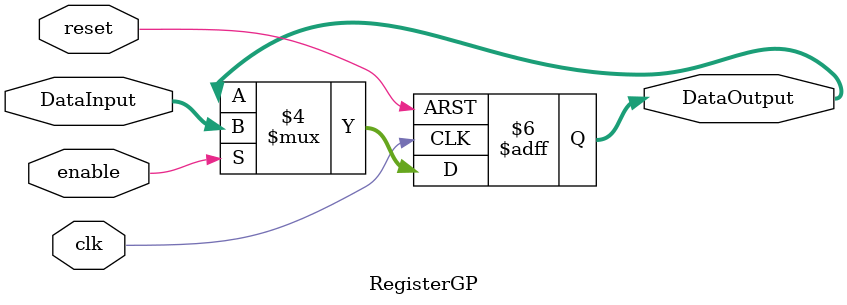
<source format=v>
module RegisterGP
#(
	parameter N=32
)
(
	input clk,
	input reset,
	input enable,
	input  [N-1:0] DataInput,
	
	
	output reg [N-1:0] DataOutput
);

always@(negedge reset or posedge clk) begin
	if(reset==0)
		DataOutput <= 'h10008000;
	else	
		if(enable==1)
			DataOutput<=DataInput;
end

endmodule
</source>
